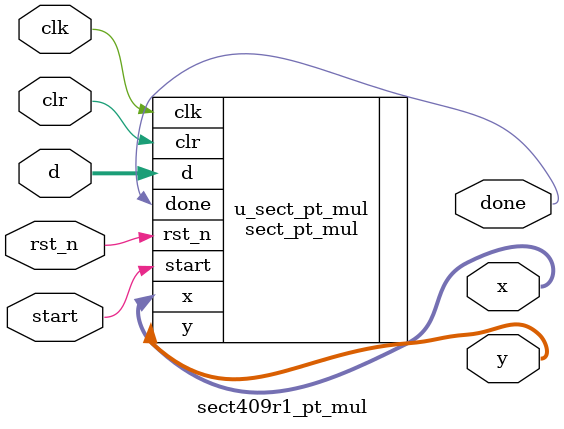
<source format=v>


module sect409r1_pt_mul (
    // System signals
    input clk,                      // system clock
    input rst_n,                    // system asynchronous reset, active low
    input clr,                      // synchronous clear

    // Data interface
    input start,                    // computation start
    input [408:0] d,                // input scalar
    output done,                    // computation done
    output [408:0] x,               // output x coordinate of d*G
    output [408:0] y                // output y coordinate of d*G
);

// Local parameters
localparam M = 409;                 // degree of f(x)
localparam FX = 409'h8000000000000000000001;    // binary representation of f(x)
localparam B = 409'h21a5c2c8ee9feb5c4b9a753b7b476b7fd6422ef1f3dd674761fa99d6ac27c8a9a197b272822f6cd57a55aa4f50ae317b13545f;         // coefficient b of E
localparam XG = 409'h15d4860d088ddb3496b0c6064756260441cde4af1771d4db01ffe5b34e59703dc255a868a1180515603aeab60794e54bb7996a7;       // x coordinate of G
localparam YG = 409'h61b1cfab6be5f32bbfa78324ed106a7636b9c5a7bd198d0158aa4f5488d08f38514f1fdf4b4f40d2181b3681c364ba0273c706;        // y coordinate of G
localparam XG_SQR = 409'h188e88c610a11288121252dfcf683dd74cf67946c4a015f5c5f9d9a065e545d1d04a939ea58333ac0fcb1b2e5cfbde9e11ce6b5;   // squaring of x coordinate of G
localparam XG_INV = 409'hcca19639ff35877d254197212cc4ef529bc12a2b9ec9729744ec362d4b2f5576c434c75a7b4a77d03503022ba9d65cf3c173b8;    // inversion of x coordinate of G
localparam NUM_CYCLE_MUL = 6;       // number of computation cycles minus 1 in f2m_mul module (= NUM_SEG)


// Instance
sect_pt_mul #(
    .M              (M),
    .FX             (FX),
    .B              (B),
    .XG             (XG),
    .YG             (YG),
    .XG_SQR         (XG_SQR),
    .XG_INV         (XG_INV),
    .NUM_CYCLE_MUL  (NUM_CYCLE_MUL)
) u_sect_pt_mul (
    .clk            (clk),
    .rst_n          (rst_n),
    .clr            (clr),
    .start          (start),
    .d              (d),
    .done           (done),
    .x              (x),
    .y              (y)
);


endmodule

</source>
